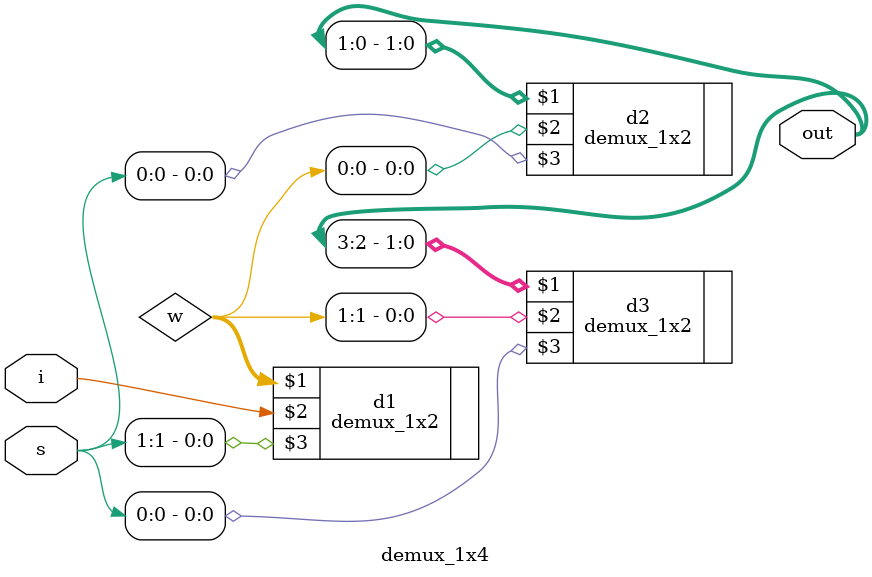
<source format=v>
/* Using three 1x2 demux */

module demux_1x4(out, i, s);

input i;
input [1:0] s;

output [3:0] out;

wire [1:0] w;

demux_1x2 d1(w, i, s[1]);
demux_1x2 d2(out[1:0], w[0], s[0]);
demux_1x2 d3(out[3:2], w[1], s[0]);

endmodule


/*

module testbench;

reg i;
reg [1:0] s;

wire [3:0] out;

demux_1x4 d1(out, i, s);

initial begin
     i = 1; s = 2'b00;
#100 i = 1; s = 2'b01;
#100 i = 1; s = 2'b10;
#100 i = 1; s = 2'b11;

end

endmodule

*/
</source>
